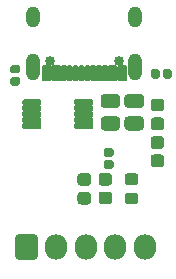
<source format=gts>
G04 #@! TF.GenerationSoftware,KiCad,Pcbnew,(5.1.12)-1*
G04 #@! TF.CreationDate,2022-09-04T19:37:19+09:00*
G04 #@! TF.ProjectId,AT,41542e6b-6963-4616-945f-706362585858,rev?*
G04 #@! TF.SameCoordinates,PX791ddc0PY4323800*
G04 #@! TF.FileFunction,Soldermask,Top*
G04 #@! TF.FilePolarity,Negative*
%FSLAX46Y46*%
G04 Gerber Fmt 4.6, Leading zero omitted, Abs format (unit mm)*
G04 Created by KiCad (PCBNEW (5.1.12)-1) date 2022-09-04 19:37:19*
%MOMM*%
%LPD*%
G01*
G04 APERTURE LIST*
%ADD10O,1.900000X2.150000*%
%ADD11C,0.850000*%
%ADD12O,1.200000X1.800000*%
%ADD13O,1.200000X2.300000*%
G04 APERTURE END LIST*
G04 #@! TO.C,U1*
G36*
G01*
X6550000Y-9370000D02*
X6550000Y-9070000D01*
G75*
G02*
X6650000Y-8970000I100000J0D01*
G01*
X8050000Y-8970000D01*
G75*
G02*
X8150000Y-9070000I0J-100000D01*
G01*
X8150000Y-9370000D01*
G75*
G02*
X8050000Y-9470000I-100000J0D01*
G01*
X6650000Y-9470000D01*
G75*
G02*
X6550000Y-9370000I0J100000D01*
G01*
G37*
G36*
G01*
X6550000Y-9870000D02*
X6550000Y-9570000D01*
G75*
G02*
X6650000Y-9470000I100000J0D01*
G01*
X8050000Y-9470000D01*
G75*
G02*
X8150000Y-9570000I0J-100000D01*
G01*
X8150000Y-9870000D01*
G75*
G02*
X8050000Y-9970000I-100000J0D01*
G01*
X6650000Y-9970000D01*
G75*
G02*
X6550000Y-9870000I0J100000D01*
G01*
G37*
G36*
G01*
X6550000Y-10370000D02*
X6550000Y-10070000D01*
G75*
G02*
X6650000Y-9970000I100000J0D01*
G01*
X8050000Y-9970000D01*
G75*
G02*
X8150000Y-10070000I0J-100000D01*
G01*
X8150000Y-10370000D01*
G75*
G02*
X8050000Y-10470000I-100000J0D01*
G01*
X6650000Y-10470000D01*
G75*
G02*
X6550000Y-10370000I0J100000D01*
G01*
G37*
G36*
G01*
X6550000Y-10870000D02*
X6550000Y-10570000D01*
G75*
G02*
X6650000Y-10470000I100000J0D01*
G01*
X8050000Y-10470000D01*
G75*
G02*
X8150000Y-10570000I0J-100000D01*
G01*
X8150000Y-10870000D01*
G75*
G02*
X8050000Y-10970000I-100000J0D01*
G01*
X6650000Y-10970000D01*
G75*
G02*
X6550000Y-10870000I0J100000D01*
G01*
G37*
G36*
G01*
X6550000Y-11370000D02*
X6550000Y-11070000D01*
G75*
G02*
X6650000Y-10970000I100000J0D01*
G01*
X8050000Y-10970000D01*
G75*
G02*
X8150000Y-11070000I0J-100000D01*
G01*
X8150000Y-11370000D01*
G75*
G02*
X8050000Y-11470000I-100000J0D01*
G01*
X6650000Y-11470000D01*
G75*
G02*
X6550000Y-11370000I0J100000D01*
G01*
G37*
G36*
G01*
X2150000Y-11370000D02*
X2150000Y-11070000D01*
G75*
G02*
X2250000Y-10970000I100000J0D01*
G01*
X3650000Y-10970000D01*
G75*
G02*
X3750000Y-11070000I0J-100000D01*
G01*
X3750000Y-11370000D01*
G75*
G02*
X3650000Y-11470000I-100000J0D01*
G01*
X2250000Y-11470000D01*
G75*
G02*
X2150000Y-11370000I0J100000D01*
G01*
G37*
G36*
G01*
X2150000Y-10870000D02*
X2150000Y-10570000D01*
G75*
G02*
X2250000Y-10470000I100000J0D01*
G01*
X3650000Y-10470000D01*
G75*
G02*
X3750000Y-10570000I0J-100000D01*
G01*
X3750000Y-10870000D01*
G75*
G02*
X3650000Y-10970000I-100000J0D01*
G01*
X2250000Y-10970000D01*
G75*
G02*
X2150000Y-10870000I0J100000D01*
G01*
G37*
G36*
G01*
X2150000Y-10370000D02*
X2150000Y-10070000D01*
G75*
G02*
X2250000Y-9970000I100000J0D01*
G01*
X3650000Y-9970000D01*
G75*
G02*
X3750000Y-10070000I0J-100000D01*
G01*
X3750000Y-10370000D01*
G75*
G02*
X3650000Y-10470000I-100000J0D01*
G01*
X2250000Y-10470000D01*
G75*
G02*
X2150000Y-10370000I0J100000D01*
G01*
G37*
G36*
G01*
X2150000Y-9870000D02*
X2150000Y-9570000D01*
G75*
G02*
X2250000Y-9470000I100000J0D01*
G01*
X3650000Y-9470000D01*
G75*
G02*
X3750000Y-9570000I0J-100000D01*
G01*
X3750000Y-9870000D01*
G75*
G02*
X3650000Y-9970000I-100000J0D01*
G01*
X2250000Y-9970000D01*
G75*
G02*
X2150000Y-9870000I0J100000D01*
G01*
G37*
G36*
G01*
X2150000Y-9370000D02*
X2150000Y-9070000D01*
G75*
G02*
X2250000Y-8970000I100000J0D01*
G01*
X3650000Y-8970000D01*
G75*
G02*
X3750000Y-9070000I0J-100000D01*
G01*
X3750000Y-9370000D01*
G75*
G02*
X3650000Y-9470000I-100000J0D01*
G01*
X2250000Y-9470000D01*
G75*
G02*
X2150000Y-9370000I0J100000D01*
G01*
G37*
G04 #@! TD*
G04 #@! TO.C,R4*
G36*
G01*
X9215000Y-14110000D02*
X9685000Y-14110000D01*
G75*
G02*
X9870000Y-14295000I0J-185000D01*
G01*
X9870000Y-14665000D01*
G75*
G02*
X9685000Y-14850000I-185000J0D01*
G01*
X9215000Y-14850000D01*
G75*
G02*
X9030000Y-14665000I0J185000D01*
G01*
X9030000Y-14295000D01*
G75*
G02*
X9215000Y-14110000I185000J0D01*
G01*
G37*
G36*
G01*
X9215000Y-13090000D02*
X9685000Y-13090000D01*
G75*
G02*
X9870000Y-13275000I0J-185000D01*
G01*
X9870000Y-13645000D01*
G75*
G02*
X9685000Y-13830000I-185000J0D01*
G01*
X9215000Y-13830000D01*
G75*
G02*
X9030000Y-13645000I0J185000D01*
G01*
X9030000Y-13275000D01*
G75*
G02*
X9215000Y-13090000I185000J0D01*
G01*
G37*
G04 #@! TD*
G04 #@! TO.C,R3*
G36*
G01*
X11715000Y-16215000D02*
X11065000Y-16215000D01*
G75*
G02*
X10815000Y-15965000I0J250000D01*
G01*
X10815000Y-15465000D01*
G75*
G02*
X11065000Y-15215000I250000J0D01*
G01*
X11715000Y-15215000D01*
G75*
G02*
X11965000Y-15465000I0J-250000D01*
G01*
X11965000Y-15965000D01*
G75*
G02*
X11715000Y-16215000I-250000J0D01*
G01*
G37*
G36*
G01*
X11715000Y-17865000D02*
X11065000Y-17865000D01*
G75*
G02*
X10815000Y-17615000I0J250000D01*
G01*
X10815000Y-17115000D01*
G75*
G02*
X11065000Y-16865000I250000J0D01*
G01*
X11715000Y-16865000D01*
G75*
G02*
X11965000Y-17115000I0J-250000D01*
G01*
X11965000Y-17615000D01*
G75*
G02*
X11715000Y-17865000I-250000J0D01*
G01*
G37*
G04 #@! TD*
G04 #@! TO.C,R2*
G36*
G01*
X14050000Y-7025000D02*
X14050000Y-6555000D01*
G75*
G02*
X14235000Y-6370000I185000J0D01*
G01*
X14605000Y-6370000D01*
G75*
G02*
X14790000Y-6555000I0J-185000D01*
G01*
X14790000Y-7025000D01*
G75*
G02*
X14605000Y-7210000I-185000J0D01*
G01*
X14235000Y-7210000D01*
G75*
G02*
X14050000Y-7025000I0J185000D01*
G01*
G37*
G36*
G01*
X13030000Y-7025000D02*
X13030000Y-6555000D01*
G75*
G02*
X13215000Y-6370000I185000J0D01*
G01*
X13585000Y-6370000D01*
G75*
G02*
X13770000Y-6555000I0J-185000D01*
G01*
X13770000Y-7025000D01*
G75*
G02*
X13585000Y-7210000I-185000J0D01*
G01*
X13215000Y-7210000D01*
G75*
G02*
X13030000Y-7025000I0J185000D01*
G01*
G37*
G04 #@! TD*
G04 #@! TO.C,R1*
G36*
G01*
X1295000Y-7050000D02*
X1765000Y-7050000D01*
G75*
G02*
X1950000Y-7235000I0J-185000D01*
G01*
X1950000Y-7605000D01*
G75*
G02*
X1765000Y-7790000I-185000J0D01*
G01*
X1295000Y-7790000D01*
G75*
G02*
X1110000Y-7605000I0J185000D01*
G01*
X1110000Y-7235000D01*
G75*
G02*
X1295000Y-7050000I185000J0D01*
G01*
G37*
G36*
G01*
X1295000Y-6030000D02*
X1765000Y-6030000D01*
G75*
G02*
X1950000Y-6215000I0J-185000D01*
G01*
X1950000Y-6585000D01*
G75*
G02*
X1765000Y-6770000I-185000J0D01*
G01*
X1295000Y-6770000D01*
G75*
G02*
X1110000Y-6585000I0J185000D01*
G01*
X1110000Y-6215000D01*
G75*
G02*
X1295000Y-6030000I185000J0D01*
G01*
G37*
G04 #@! TD*
D10*
G04 #@! TO.C,J2*
X12510000Y-21460000D03*
X10010000Y-21460000D03*
X7510000Y-21460000D03*
X5010000Y-21460000D03*
G36*
G01*
X1560000Y-22255589D02*
X1560000Y-20664411D01*
G75*
G02*
X1839411Y-20385000I279411J0D01*
G01*
X3180589Y-20385000D01*
G75*
G02*
X3460000Y-20664411I0J-279411D01*
G01*
X3460000Y-22255589D01*
G75*
G02*
X3180589Y-22535000I-279411J0D01*
G01*
X1839411Y-22535000D01*
G75*
G02*
X1560000Y-22255589I0J279411D01*
G01*
G37*
G04 #@! TD*
G04 #@! TO.C,J1*
G36*
G01*
X4300000Y-6195000D02*
X4300000Y-7345000D01*
G75*
G02*
X4200000Y-7445000I-100000J0D01*
G01*
X3900000Y-7445000D01*
G75*
G02*
X3800000Y-7345000I0J100000D01*
G01*
X3800000Y-6195000D01*
G75*
G02*
X3900000Y-6095000I100000J0D01*
G01*
X4200000Y-6095000D01*
G75*
G02*
X4300000Y-6195000I0J-100000D01*
G01*
G37*
G36*
G01*
X5100000Y-6195000D02*
X5100000Y-7345000D01*
G75*
G02*
X5000000Y-7445000I-100000J0D01*
G01*
X4700000Y-7445000D01*
G75*
G02*
X4600000Y-7345000I0J100000D01*
G01*
X4600000Y-6195000D01*
G75*
G02*
X4700000Y-6095000I100000J0D01*
G01*
X5000000Y-6095000D01*
G75*
G02*
X5100000Y-6195000I0J-100000D01*
G01*
G37*
G36*
G01*
X9900000Y-6195000D02*
X9900000Y-7345000D01*
G75*
G02*
X9800000Y-7445000I-100000J0D01*
G01*
X9500000Y-7445000D01*
G75*
G02*
X9400000Y-7345000I0J100000D01*
G01*
X9400000Y-6195000D01*
G75*
G02*
X9500000Y-6095000I100000J0D01*
G01*
X9800000Y-6095000D01*
G75*
G02*
X9900000Y-6195000I0J-100000D01*
G01*
G37*
G36*
G01*
X10700000Y-6195000D02*
X10700000Y-7345000D01*
G75*
G02*
X10600000Y-7445000I-100000J0D01*
G01*
X10300000Y-7445000D01*
G75*
G02*
X10200000Y-7345000I0J100000D01*
G01*
X10200000Y-6195000D01*
G75*
G02*
X10300000Y-6095000I100000J0D01*
G01*
X10600000Y-6095000D01*
G75*
G02*
X10700000Y-6195000I0J-100000D01*
G01*
G37*
G36*
G01*
X11000000Y-6195000D02*
X11000000Y-7345000D01*
G75*
G02*
X10900000Y-7445000I-100000J0D01*
G01*
X10600000Y-7445000D01*
G75*
G02*
X10500000Y-7345000I0J100000D01*
G01*
X10500000Y-6195000D01*
G75*
G02*
X10600000Y-6095000I100000J0D01*
G01*
X10900000Y-6095000D01*
G75*
G02*
X11000000Y-6195000I0J-100000D01*
G01*
G37*
G36*
G01*
X10200000Y-6195000D02*
X10200000Y-7345000D01*
G75*
G02*
X10100000Y-7445000I-100000J0D01*
G01*
X9800000Y-7445000D01*
G75*
G02*
X9700000Y-7345000I0J100000D01*
G01*
X9700000Y-6195000D01*
G75*
G02*
X9800000Y-6095000I100000J0D01*
G01*
X10100000Y-6095000D01*
G75*
G02*
X10200000Y-6195000I0J-100000D01*
G01*
G37*
G36*
G01*
X9400000Y-6195000D02*
X9400000Y-7345000D01*
G75*
G02*
X9300000Y-7445000I-100000J0D01*
G01*
X9000000Y-7445000D01*
G75*
G02*
X8900000Y-7345000I0J100000D01*
G01*
X8900000Y-6195000D01*
G75*
G02*
X9000000Y-6095000I100000J0D01*
G01*
X9300000Y-6095000D01*
G75*
G02*
X9400000Y-6195000I0J-100000D01*
G01*
G37*
G36*
G01*
X8900000Y-6195000D02*
X8900000Y-7345000D01*
G75*
G02*
X8800000Y-7445000I-100000J0D01*
G01*
X8500000Y-7445000D01*
G75*
G02*
X8400000Y-7345000I0J100000D01*
G01*
X8400000Y-6195000D01*
G75*
G02*
X8500000Y-6095000I100000J0D01*
G01*
X8800000Y-6095000D01*
G75*
G02*
X8900000Y-6195000I0J-100000D01*
G01*
G37*
G36*
G01*
X8400000Y-6195000D02*
X8400000Y-7345000D01*
G75*
G02*
X8300000Y-7445000I-100000J0D01*
G01*
X8000000Y-7445000D01*
G75*
G02*
X7900000Y-7345000I0J100000D01*
G01*
X7900000Y-6195000D01*
G75*
G02*
X8000000Y-6095000I100000J0D01*
G01*
X8300000Y-6095000D01*
G75*
G02*
X8400000Y-6195000I0J-100000D01*
G01*
G37*
G36*
G01*
X7900000Y-6195000D02*
X7900000Y-7345000D01*
G75*
G02*
X7800000Y-7445000I-100000J0D01*
G01*
X7500000Y-7445000D01*
G75*
G02*
X7400000Y-7345000I0J100000D01*
G01*
X7400000Y-6195000D01*
G75*
G02*
X7500000Y-6095000I100000J0D01*
G01*
X7800000Y-6095000D01*
G75*
G02*
X7900000Y-6195000I0J-100000D01*
G01*
G37*
G36*
G01*
X7400000Y-6195000D02*
X7400000Y-7345000D01*
G75*
G02*
X7300000Y-7445000I-100000J0D01*
G01*
X7000000Y-7445000D01*
G75*
G02*
X6900000Y-7345000I0J100000D01*
G01*
X6900000Y-6195000D01*
G75*
G02*
X7000000Y-6095000I100000J0D01*
G01*
X7300000Y-6095000D01*
G75*
G02*
X7400000Y-6195000I0J-100000D01*
G01*
G37*
G36*
G01*
X6900000Y-6195000D02*
X6900000Y-7345000D01*
G75*
G02*
X6800000Y-7445000I-100000J0D01*
G01*
X6500000Y-7445000D01*
G75*
G02*
X6400000Y-7345000I0J100000D01*
G01*
X6400000Y-6195000D01*
G75*
G02*
X6500000Y-6095000I100000J0D01*
G01*
X6800000Y-6095000D01*
G75*
G02*
X6900000Y-6195000I0J-100000D01*
G01*
G37*
G36*
G01*
X6400000Y-6195000D02*
X6400000Y-7345000D01*
G75*
G02*
X6300000Y-7445000I-100000J0D01*
G01*
X6000000Y-7445000D01*
G75*
G02*
X5900000Y-7345000I0J100000D01*
G01*
X5900000Y-6195000D01*
G75*
G02*
X6000000Y-6095000I100000J0D01*
G01*
X6300000Y-6095000D01*
G75*
G02*
X6400000Y-6195000I0J-100000D01*
G01*
G37*
G36*
G01*
X5900000Y-6195000D02*
X5900000Y-7345000D01*
G75*
G02*
X5800000Y-7445000I-100000J0D01*
G01*
X5500000Y-7445000D01*
G75*
G02*
X5400000Y-7345000I0J100000D01*
G01*
X5400000Y-6195000D01*
G75*
G02*
X5500000Y-6095000I100000J0D01*
G01*
X5800000Y-6095000D01*
G75*
G02*
X5900000Y-6195000I0J-100000D01*
G01*
G37*
G36*
G01*
X5400000Y-6195000D02*
X5400000Y-7345000D01*
G75*
G02*
X5300000Y-7445000I-100000J0D01*
G01*
X5000000Y-7445000D01*
G75*
G02*
X4900000Y-7345000I0J100000D01*
G01*
X4900000Y-6195000D01*
G75*
G02*
X5000000Y-6095000I100000J0D01*
G01*
X5300000Y-6095000D01*
G75*
G02*
X5400000Y-6195000I0J-100000D01*
G01*
G37*
G36*
G01*
X4600000Y-6195000D02*
X4600000Y-7345000D01*
G75*
G02*
X4500000Y-7445000I-100000J0D01*
G01*
X4200000Y-7445000D01*
G75*
G02*
X4100000Y-7345000I0J100000D01*
G01*
X4100000Y-6195000D01*
G75*
G02*
X4200000Y-6095000I100000J0D01*
G01*
X4500000Y-6095000D01*
G75*
G02*
X4600000Y-6195000I0J-100000D01*
G01*
G37*
D11*
X10290000Y-5705000D03*
X4510000Y-5705000D03*
D12*
X3080000Y-2025000D03*
X11720000Y-2025000D03*
D13*
X3080000Y-6205000D03*
X11720000Y-6205000D03*
G04 #@! TD*
G04 #@! TO.C,F1*
G36*
G01*
X13896250Y-9990000D02*
X13283750Y-9990000D01*
G75*
G02*
X13015000Y-9721250I0J268750D01*
G01*
X13015000Y-9183750D01*
G75*
G02*
X13283750Y-8915000I268750J0D01*
G01*
X13896250Y-8915000D01*
G75*
G02*
X14165000Y-9183750I0J-268750D01*
G01*
X14165000Y-9721250D01*
G75*
G02*
X13896250Y-9990000I-268750J0D01*
G01*
G37*
G36*
G01*
X13896250Y-11565000D02*
X13283750Y-11565000D01*
G75*
G02*
X13015000Y-11296250I0J268750D01*
G01*
X13015000Y-10758750D01*
G75*
G02*
X13283750Y-10490000I268750J0D01*
G01*
X13896250Y-10490000D01*
G75*
G02*
X14165000Y-10758750I0J-268750D01*
G01*
X14165000Y-11296250D01*
G75*
G02*
X13896250Y-11565000I-268750J0D01*
G01*
G37*
G04 #@! TD*
G04 #@! TO.C,D2*
G36*
G01*
X9476250Y-16272500D02*
X8863750Y-16272500D01*
G75*
G02*
X8595000Y-16003750I0J268750D01*
G01*
X8595000Y-15466250D01*
G75*
G02*
X8863750Y-15197500I268750J0D01*
G01*
X9476250Y-15197500D01*
G75*
G02*
X9745000Y-15466250I0J-268750D01*
G01*
X9745000Y-16003750D01*
G75*
G02*
X9476250Y-16272500I-268750J0D01*
G01*
G37*
G36*
G01*
X9476250Y-17847500D02*
X8863750Y-17847500D01*
G75*
G02*
X8595000Y-17578750I0J268750D01*
G01*
X8595000Y-17041250D01*
G75*
G02*
X8863750Y-16772500I268750J0D01*
G01*
X9476250Y-16772500D01*
G75*
G02*
X9745000Y-17041250I0J-268750D01*
G01*
X9745000Y-17578750D01*
G75*
G02*
X9476250Y-17847500I-268750J0D01*
G01*
G37*
G04 #@! TD*
G04 #@! TO.C,D1*
G36*
G01*
X7696250Y-16292500D02*
X7083750Y-16292500D01*
G75*
G02*
X6815000Y-16023750I0J268750D01*
G01*
X6815000Y-15486250D01*
G75*
G02*
X7083750Y-15217500I268750J0D01*
G01*
X7696250Y-15217500D01*
G75*
G02*
X7965000Y-15486250I0J-268750D01*
G01*
X7965000Y-16023750D01*
G75*
G02*
X7696250Y-16292500I-268750J0D01*
G01*
G37*
G36*
G01*
X7696250Y-17867500D02*
X7083750Y-17867500D01*
G75*
G02*
X6815000Y-17598750I0J268750D01*
G01*
X6815000Y-17061250D01*
G75*
G02*
X7083750Y-16792500I268750J0D01*
G01*
X7696250Y-16792500D01*
G75*
G02*
X7965000Y-17061250I0J-268750D01*
G01*
X7965000Y-17598750D01*
G75*
G02*
X7696250Y-17867500I-268750J0D01*
G01*
G37*
G04 #@! TD*
G04 #@! TO.C,C3*
G36*
G01*
X10125000Y-9700000D02*
X9075000Y-9700000D01*
G75*
G02*
X8775000Y-9400000I0J300000D01*
G01*
X8775000Y-8800000D01*
G75*
G02*
X9075000Y-8500000I300000J0D01*
G01*
X10125000Y-8500000D01*
G75*
G02*
X10425000Y-8800000I0J-300000D01*
G01*
X10425000Y-9400000D01*
G75*
G02*
X10125000Y-9700000I-300000J0D01*
G01*
G37*
G36*
G01*
X10125000Y-11600000D02*
X9075000Y-11600000D01*
G75*
G02*
X8775000Y-11300000I0J300000D01*
G01*
X8775000Y-10700000D01*
G75*
G02*
X9075000Y-10400000I300000J0D01*
G01*
X10125000Y-10400000D01*
G75*
G02*
X10425000Y-10700000I0J-300000D01*
G01*
X10425000Y-11300000D01*
G75*
G02*
X10125000Y-11600000I-300000J0D01*
G01*
G37*
G04 #@! TD*
G04 #@! TO.C,C2*
G36*
G01*
X11095000Y-10400000D02*
X12145000Y-10400000D01*
G75*
G02*
X12445000Y-10700000I0J-300000D01*
G01*
X12445000Y-11300000D01*
G75*
G02*
X12145000Y-11600000I-300000J0D01*
G01*
X11095000Y-11600000D01*
G75*
G02*
X10795000Y-11300000I0J300000D01*
G01*
X10795000Y-10700000D01*
G75*
G02*
X11095000Y-10400000I300000J0D01*
G01*
G37*
G36*
G01*
X11095000Y-8500000D02*
X12145000Y-8500000D01*
G75*
G02*
X12445000Y-8800000I0J-300000D01*
G01*
X12445000Y-9400000D01*
G75*
G02*
X12145000Y-9700000I-300000J0D01*
G01*
X11095000Y-9700000D01*
G75*
G02*
X10795000Y-9400000I0J300000D01*
G01*
X10795000Y-8800000D01*
G75*
G02*
X11095000Y-8500000I300000J0D01*
G01*
G37*
G04 #@! TD*
G04 #@! TO.C,C1*
G36*
G01*
X13280000Y-13625000D02*
X13880000Y-13625000D01*
G75*
G02*
X14155000Y-13900000I0J-275000D01*
G01*
X14155000Y-14450000D01*
G75*
G02*
X13880000Y-14725000I-275000J0D01*
G01*
X13280000Y-14725000D01*
G75*
G02*
X13005000Y-14450000I0J275000D01*
G01*
X13005000Y-13900000D01*
G75*
G02*
X13280000Y-13625000I275000J0D01*
G01*
G37*
G36*
G01*
X13280000Y-12075000D02*
X13880000Y-12075000D01*
G75*
G02*
X14155000Y-12350000I0J-275000D01*
G01*
X14155000Y-12900000D01*
G75*
G02*
X13880000Y-13175000I-275000J0D01*
G01*
X13280000Y-13175000D01*
G75*
G02*
X13005000Y-12900000I0J275000D01*
G01*
X13005000Y-12350000D01*
G75*
G02*
X13280000Y-12075000I275000J0D01*
G01*
G37*
G04 #@! TD*
M02*

</source>
